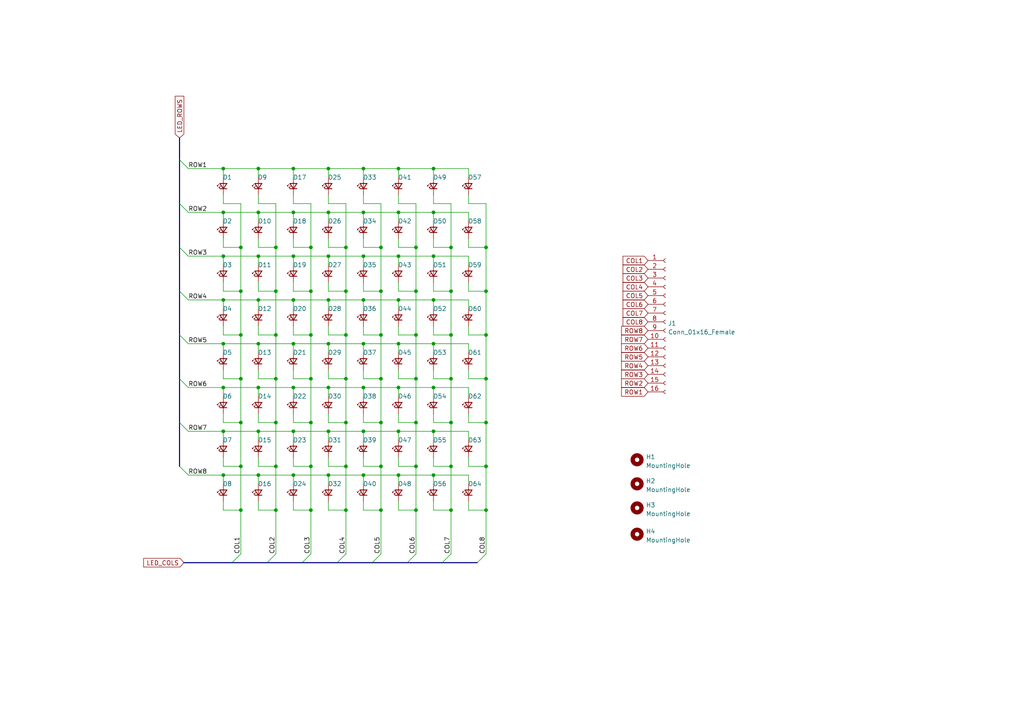
<source format=kicad_sch>
(kicad_sch (version 20211123) (generator eeschema)
  (paper "A4")
  (title_block (title "64 LED Matrix") (date "2022-12-30") (rev "1") (company "Jed Parsons"))
  (lib_symbols
    (symbol "Connector:Conn_01x16_Female" (pin_names (offset 1.016) hide)
      (property "Reference" "J" (at 0 20.32 0))
      (property "Value" "Conn_01x16_Female" (at 0 -22.86 0))
      (symbol "Conn_01x16_Female_1_1"
        (arc (start 0 -19.812) (mid -0.508 -20.32) (end 0 -20.828) (stroke (width 0.1524)))
        (arc (start 0 -17.272) (mid -0.508 -17.78) (end 0 -18.288) (stroke (width 0.1524)))
        (arc (start 0 -14.732) (mid -0.508 -15.24) (end 0 -15.748) (stroke (width 0.1524)))
        (arc (start 0 -12.192) (mid -0.508 -12.7) (end 0 -13.208) (stroke (width 0.1524)))
        (arc (start 0 -9.652) (mid -0.508 -10.16) (end 0 -10.668) (stroke (width 0.1524)))
        (arc (start 0 -7.112) (mid -0.508 -7.62) (end 0 -8.128) (stroke (width 0.1524)))
        (arc (start 0 -4.572) (mid -0.508 -5.08) (end 0 -5.588) (stroke (width 0.1524)))
        (arc (start 0 -2.032) (mid -0.508 -2.54) (end 0 -3.048) (stroke (width 0.1524)))
        (polyline (pts (xy -1.27 -20.32) (xy -0.508 -20.32)) (stroke (width 0.1524)))
        (polyline (pts (xy -1.27 -17.78) (xy -0.508 -17.78)) (stroke (width 0.1524)))
        (polyline (pts (xy -1.27 -15.24) (xy -0.508 -15.24)) (stroke (width 0.1524)))
        (polyline (pts (xy -1.27 -12.7) (xy -0.508 -12.7)) (stroke (width 0.1524)))
        (polyline (pts (xy -1.27 -10.16) (xy -0.508 -10.16)) (stroke (width 0.1524)))
        (polyline (pts (xy -1.27 -7.62) (xy -0.508 -7.62)) (stroke (width 0.1524)))
        (polyline (pts (xy -1.27 -5.08) (xy -0.508 -5.08)) (stroke (width 0.1524)))
        (polyline (pts (xy -1.27 -2.54) (xy -0.508 -2.54)) (stroke (width 0.1524)))
        (polyline (pts (xy -1.27 0) (xy -0.508 0)) (stroke (width 0.1524)))
        (polyline (pts (xy -1.27 2.54) (xy -0.508 2.54)) (stroke (width 0.1524)))
        (polyline (pts (xy -1.27 5.08) (xy -0.508 5.08)) (stroke (width 0.1524)))
        (polyline (pts (xy -1.27 7.62) (xy -0.508 7.62)) (stroke (width 0.1524)))
        (polyline (pts (xy -1.27 10.16) (xy -0.508 10.16)) (stroke (width 0.1524)))
        (polyline (pts (xy -1.27 12.7) (xy -0.508 12.7)) (stroke (width 0.1524)))
        (polyline (pts (xy -1.27 15.24) (xy -0.508 15.24)) (stroke (width 0.1524)))
        (polyline (pts (xy -1.27 17.78) (xy -0.508 17.78)) (stroke (width 0.1524)))
        (arc (start 0 0.508) (mid -0.508 0) (end 0 -0.508) (stroke (width 0.1524)))
        (arc (start 0 3.048) (mid -0.508 2.54) (end 0 2.032) (stroke (width 0.1524)))
        (arc (start 0 5.588) (mid -0.508 5.08) (end 0 4.572) (stroke (width 0.1524)))
        (arc (start 0 8.128) (mid -0.508 7.62) (end 0 7.112) (stroke (width 0.1524)))
        (arc (start 0 10.668) (mid -0.508 10.16) (end 0 9.652) (stroke (width 0.1524)))
        (arc (start 0 13.208) (mid -0.508 12.7) (end 0 12.192) (stroke (width 0.1524)))
        (arc (start 0 15.748) (mid -0.508 15.24) (end 0 14.732) (stroke (width 0.1524)))
        (arc (start 0 18.288) (mid -0.508 17.78) (end 0 17.272) (stroke (width 0.1524)))
        (pin passive line (at -5.08 17.78 0) (length 3.81) (name "Pin_1") (number "1"))
        (pin passive line (at -5.08 -5.08 0) (length 3.81) (name "Pin_10") (number "10"))
        (pin passive line (at -5.08 -7.62 0) (length 3.81) (name "Pin_11") (number "11"))
        (pin passive line (at -5.08 -10.16 0) (length 3.81) (name "Pin_12") (number "12"))
        (pin passive line (at -5.08 -12.7 0) (length 3.81) (name "Pin_13") (number "13"))
        (pin passive line (at -5.08 -15.24 0) (length 3.81) (name "Pin_14") (number "14"))
        (pin passive line (at -5.08 -17.78 0) (length 3.81) (name "Pin_15") (number "15"))
        (pin passive line (at -5.08 -20.32 0) (length 3.81) (name "Pin_16") (number "16"))
        (pin passive line (at -5.08 15.24 0) (length 3.81) (name "Pin_2") (number "2"))
        (pin passive line (at -5.08 12.7 0) (length 3.81) (name "Pin_3") (number "3"))
        (pin passive line (at -5.08 10.16 0) (length 3.81) (name "Pin_4") (number "4"))
        (pin passive line (at -5.08 7.62 0) (length 3.81) (name "Pin_5") (number "5"))
        (pin passive line (at -5.08 5.08 0) (length 3.81) (name "Pin_6") (number "6"))
        (pin passive line (at -5.08 2.54 0) (length 3.81) (name "Pin_7") (number "7"))
        (pin passive line (at -5.08 0 0) (length 3.81) (name "Pin_8") (number "8"))
        (pin passive line (at -5.08 -2.54 0) (length 3.81) (name "Pin_9") (number "9"))
      )
    )
    (symbol "Device:LED_Small" (pin_numbers hide) (pin_names (offset 0.254) hide)
      (property "Reference" "D" (at -1.27 3.175 0))
      (property "Value" "LED_Small" (at -4.445 -2.54 0))
      (symbol "LED_Small_0_1"
        (polyline (pts (xy -0.762 -1.016) (xy -0.762 1.016)) (stroke (width 0.254)))
        (polyline (pts (xy 1.016 0) (xy -0.762 0)))
        (polyline (pts (xy 0.762 -1.016) (xy -0.762 0) (xy 0.762 1.016) (xy 0.762 -1.016)) (stroke (width 0.254)))
        (polyline (pts (xy 0 0.762) (xy -0.508 1.27) (xy -0.254 1.27) (xy -0.508 1.27) (xy -0.508 1.016)))
        (polyline (pts (xy 0.508 1.27) (xy 0 1.778) (xy 0.254 1.778) (xy 0 1.778) (xy 0 1.524)))
      )
      (symbol "LED_Small_1_1"
        (pin passive line (at -2.54 0 0) (length 1.778) (name "K") (number "1"))
        (pin passive line (at 2.54 0 180) (length 1.778) (name "A") (number "2"))
      )
    )
    (symbol "Mechanical:MountingHole" (pin_names (offset 1.016))
      (property "Reference" "H" (at 0 5.08 0))
      (property "Value" "MountingHole" (at 0 3.175 0))
      (symbol "MountingHole_0_1"
        (circle (center 0 0) (radius 1.27) (stroke (width 1.27)))
      )
    )
  )
  (junction (at 115.57 99.695))
  (junction (at 105.41 137.795))
  (junction (at 105.41 74.295))
  (junction (at 69.85 147.955))
  (junction (at 100.33 147.955))
  (junction (at 74.93 48.895))
  (junction (at 74.93 99.695))
  (junction (at 85.09 137.795))
  (junction (at 80.01 71.755))
  (junction (at 125.73 86.995))
  (junction (at 64.77 112.395))
  (junction (at 110.49 122.555))
  (junction (at 80.01 84.455))
  (junction (at 85.09 74.295))
  (junction (at 140.97 122.555))
  (junction (at 80.01 97.155))
  (junction (at 105.41 61.595))
  (junction (at 115.57 137.795))
  (junction (at 125.73 125.095))
  (junction (at 110.49 147.955))
  (junction (at 95.25 86.995))
  (junction (at 125.73 137.795))
  (junction (at 85.09 86.995))
  (junction (at 120.65 122.555))
  (junction (at 100.33 71.755))
  (junction (at 69.85 71.755))
  (junction (at 80.01 109.855))
  (junction (at 80.01 122.555))
  (junction (at 125.73 112.395))
  (junction (at 140.97 109.855))
  (junction (at 69.85 97.155))
  (junction (at 105.41 86.995))
  (junction (at 110.49 84.455))
  (junction (at 130.81 147.955))
  (junction (at 85.09 48.895))
  (junction (at 95.25 99.695))
  (junction (at 120.65 84.455))
  (junction (at 115.57 86.995))
  (junction (at 85.09 99.695))
  (junction (at 115.57 48.895))
  (junction (at 110.49 71.755))
  (junction (at 74.93 125.095))
  (junction (at 100.33 84.455))
  (junction (at 110.49 109.855))
  (junction (at 95.25 74.295))
  (junction (at 120.65 109.855))
  (junction (at 115.57 61.595))
  (junction (at 140.97 71.755))
  (junction (at 69.85 84.455))
  (junction (at 95.25 112.395))
  (junction (at 140.97 84.455))
  (junction (at 120.65 135.255))
  (junction (at 80.01 135.255))
  (junction (at 90.17 109.855))
  (junction (at 85.09 61.595))
  (junction (at 69.85 122.555))
  (junction (at 105.41 125.095))
  (junction (at 74.93 74.295))
  (junction (at 110.49 97.155))
  (junction (at 130.81 135.255))
  (junction (at 130.81 71.755))
  (junction (at 74.93 137.795))
  (junction (at 100.33 135.255))
  (junction (at 120.65 97.155))
  (junction (at 90.17 122.555))
  (junction (at 90.17 135.255))
  (junction (at 100.33 97.155))
  (junction (at 85.09 112.395))
  (junction (at 130.81 122.555))
  (junction (at 105.41 112.395))
  (junction (at 125.73 61.595))
  (junction (at 100.33 109.855))
  (junction (at 100.33 122.555))
  (junction (at 130.81 84.455))
  (junction (at 125.73 48.895))
  (junction (at 130.81 97.155))
  (junction (at 120.65 71.755))
  (junction (at 95.25 61.595))
  (junction (at 90.17 97.155))
  (junction (at 90.17 84.455))
  (junction (at 64.77 125.095))
  (junction (at 125.73 74.295))
  (junction (at 105.41 48.895))
  (junction (at 64.77 74.295))
  (junction (at 90.17 71.755))
  (junction (at 95.25 125.095))
  (junction (at 95.25 137.795))
  (junction (at 95.25 48.895))
  (junction (at 115.57 74.295))
  (junction (at 64.77 99.695))
  (junction (at 130.81 109.855))
  (junction (at 90.17 147.955))
  (junction (at 115.57 112.395))
  (junction (at 120.65 147.955))
  (junction (at 85.09 125.095))
  (junction (at 69.85 135.255))
  (junction (at 64.77 137.795))
  (junction (at 64.77 48.895))
  (junction (at 140.97 147.955))
  (junction (at 64.77 86.995))
  (junction (at 74.93 112.395))
  (junction (at 115.57 125.095))
  (junction (at 140.97 135.255))
  (junction (at 105.41 99.695))
  (junction (at 110.49 135.255))
  (junction (at 64.77 61.595))
  (junction (at 125.73 99.695))
  (junction (at 74.93 61.595))
  (junction (at 80.01 147.955))
  (junction (at 74.93 86.995))
  (junction (at 140.97 97.155))
  (junction (at 69.85 109.855))
  (bus_entry (at 54.61 125.095) (size -2.54 -2.54))
  (bus_entry (at 77.47 163.195) (size 2.54 -2.54))
  (bus_entry (at 54.61 137.795) (size -2.54 -2.54))
  (bus_entry (at 97.79 163.195) (size 2.54 -2.54))
  (bus_entry (at 107.95 163.195) (size 2.54 -2.54))
  (bus_entry (at 54.61 48.895) (size -2.54 -2.54))
  (bus_entry (at 67.31 163.195) (size 2.54 -2.54))
  (bus_entry (at 54.61 86.995) (size -2.54 -2.54))
  (bus_entry (at 138.43 163.195) (size 2.54 -2.54))
  (bus_entry (at 87.63 163.195) (size 2.54 -2.54))
  (bus_entry (at 54.61 61.595) (size -2.54 -2.54))
  (bus_entry (at 54.61 99.695) (size -2.54 -2.54))
  (bus_entry (at 128.27 163.195) (size 2.54 -2.54))
  (bus_entry (at 54.61 112.395) (size -2.54 -2.54))
  (bus_entry (at 54.61 74.295) (size -2.54 -2.54))
  (bus_entry (at 118.11 163.195) (size 2.54 -2.54))
  (wire (pts (xy 130.81 97.155) (xy 130.81 109.855)))
  (wire (pts (xy 64.77 122.555) (xy 69.85 122.555)))
  (wire (pts (xy 85.09 102.235) (xy 85.09 99.695)))
  (wire (pts (xy 95.25 69.215) (xy 95.25 71.755)))
  (wire (pts (xy 80.01 84.455) (xy 80.01 97.155)))
  (wire (pts (xy 105.41 61.595) (xy 115.57 61.595)))
  (wire (pts (xy 90.17 84.455) (xy 90.17 97.155)))
  (wire (pts (xy 125.73 89.535) (xy 125.73 86.995)))
  (wire (pts (xy 74.93 140.335) (xy 74.93 137.795)))
  (wire (pts (xy 135.89 61.595) (xy 125.73 61.595)))
  (wire (pts (xy 135.89 127.635) (xy 135.89 125.095)))
  (wire (pts (xy 105.41 114.935) (xy 105.41 112.395)))
  (wire (pts (xy 64.77 51.435) (xy 64.77 48.895)))
  (wire (pts (xy 115.57 122.555) (xy 120.65 122.555)))
  (wire (pts (xy 64.77 102.235) (xy 64.77 99.695)))
  (wire (pts (xy 135.89 145.415) (xy 135.89 147.955)))
  (bus (pts (xy 52.07 46.355) (xy 52.07 59.055)))
  (wire (pts (xy 125.73 84.455) (xy 130.81 84.455)))
  (wire (pts (xy 105.41 109.855) (xy 110.49 109.855)))
  (wire (pts (xy 130.81 135.255) (xy 130.81 147.955)))
  (wire (pts (xy 125.73 64.135) (xy 125.73 61.595)))
  (wire (pts (xy 110.49 84.455) (xy 110.49 97.155)))
  (wire (pts (xy 135.89 107.315) (xy 135.89 109.855)))
  (bus (pts (xy 87.63 163.195) (xy 97.79 163.195)))
  (wire (pts (xy 115.57 114.935) (xy 115.57 112.395)))
  (wire (pts (xy 85.09 140.335) (xy 85.09 137.795)))
  (wire (pts (xy 95.25 147.955) (xy 100.33 147.955)))
  (wire (pts (xy 105.41 102.235) (xy 105.41 99.695)))
  (wire (pts (xy 135.89 97.155) (xy 140.97 97.155)))
  (wire (pts (xy 95.25 99.695) (xy 85.09 99.695)))
  (wire (pts (xy 74.93 112.395) (xy 64.77 112.395)))
  (wire (pts (xy 54.61 125.095) (xy 64.77 125.095)))
  (wire (pts (xy 85.09 127.635) (xy 85.09 125.095)))
  (wire (pts (xy 64.77 114.935) (xy 64.77 112.395)))
  (wire (pts (xy 74.93 69.215) (xy 74.93 71.755)))
  (wire (pts (xy 135.89 137.795) (xy 125.73 137.795)))
  (wire (pts (xy 125.73 71.755) (xy 130.81 71.755)))
  (wire (pts (xy 135.89 125.095) (xy 125.73 125.095)))
  (wire (pts (xy 105.41 71.755) (xy 110.49 71.755)))
  (wire (pts (xy 64.77 109.855) (xy 69.85 109.855)))
  (wire (pts (xy 69.85 122.555) (xy 69.85 135.255)))
  (wire (pts (xy 140.97 122.555) (xy 140.97 135.255)))
  (bus (pts (xy 118.11 163.195) (xy 128.27 163.195)))
  (wire (pts (xy 95.25 51.435) (xy 95.25 48.895)))
  (wire (pts (xy 74.93 59.055) (xy 80.01 59.055)))
  (wire (pts (xy 74.93 81.915) (xy 74.93 84.455)))
  (wire (pts (xy 115.57 56.515) (xy 115.57 59.055)))
  (wire (pts (xy 74.93 86.995) (xy 64.77 86.995)))
  (wire (pts (xy 74.93 61.595) (xy 64.77 61.595)))
  (wire (pts (xy 125.73 56.515) (xy 125.73 59.055)))
  (wire (pts (xy 100.33 147.955) (xy 100.33 160.655)))
  (wire (pts (xy 135.89 135.255) (xy 140.97 135.255)))
  (wire (pts (xy 74.93 109.855) (xy 80.01 109.855)))
  (wire (pts (xy 90.17 135.255) (xy 90.17 147.955)))
  (wire (pts (xy 74.93 120.015) (xy 74.93 122.555)))
  (wire (pts (xy 54.61 112.395) (xy 64.77 112.395)))
  (wire (pts (xy 105.41 48.895) (xy 95.25 48.895)))
  (wire (pts (xy 105.41 99.695) (xy 95.25 99.695)))
  (wire (pts (xy 90.17 147.955) (xy 90.17 160.655)))
  (wire (pts (xy 105.41 145.415) (xy 105.41 147.955)))
  (bus (pts (xy 77.47 163.195) (xy 87.63 163.195)))
  (wire (pts (xy 74.93 122.555) (xy 80.01 122.555)))
  (wire (pts (xy 110.49 147.955) (xy 110.49 160.655)))
  (wire (pts (xy 125.73 120.015) (xy 125.73 122.555)))
  (wire (pts (xy 115.57 97.155) (xy 120.65 97.155)))
  (wire (pts (xy 85.09 56.515) (xy 85.09 59.055)))
  (wire (pts (xy 125.73 48.895) (xy 115.57 48.895)))
  (wire (pts (xy 140.97 59.055) (xy 140.97 71.755)))
  (wire (pts (xy 105.41 61.595) (xy 95.25 61.595)))
  (wire (pts (xy 140.97 97.155) (xy 140.97 109.855)))
  (wire (pts (xy 64.77 69.215) (xy 64.77 71.755)))
  (wire (pts (xy 74.93 137.795) (xy 64.77 137.795)))
  (bus (pts (xy 53.34 163.195) (xy 67.31 163.195)))
  (wire (pts (xy 95.25 140.335) (xy 95.25 137.795)))
  (wire (pts (xy 80.01 122.555) (xy 80.01 135.255)))
  (wire (pts (xy 74.93 127.635) (xy 74.93 125.095)))
  (wire (pts (xy 135.89 122.555) (xy 140.97 122.555)))
  (wire (pts (xy 69.85 84.455) (xy 69.85 97.155)))
  (wire (pts (xy 64.77 135.255) (xy 69.85 135.255)))
  (wire (pts (xy 115.57 132.715) (xy 115.57 135.255)))
  (wire (pts (xy 105.41 132.715) (xy 105.41 135.255)))
  (wire (pts (xy 125.73 107.315) (xy 125.73 109.855)))
  (wire (pts (xy 125.73 135.255) (xy 130.81 135.255)))
  (wire (pts (xy 74.93 64.135) (xy 74.93 61.595)))
  (wire (pts (xy 80.01 59.055) (xy 80.01 71.755)))
  (wire (pts (xy 90.17 71.755) (xy 90.17 84.455)))
  (wire (pts (xy 74.93 135.255) (xy 80.01 135.255)))
  (wire (pts (xy 69.85 147.955) (xy 69.85 160.655)))
  (wire (pts (xy 125.73 81.915) (xy 125.73 84.455)))
  (wire (pts (xy 135.89 48.895) (xy 125.73 48.895)))
  (wire (pts (xy 95.25 135.255) (xy 100.33 135.255)))
  (wire (pts (xy 105.41 127.635) (xy 105.41 125.095)))
  (wire (pts (xy 125.73 145.415) (xy 125.73 147.955)))
  (wire (pts (xy 85.09 135.255) (xy 90.17 135.255)))
  (wire (pts (xy 120.65 109.855) (xy 120.65 122.555)))
  (wire (pts (xy 135.89 84.455) (xy 140.97 84.455)))
  (wire (pts (xy 90.17 109.855) (xy 90.17 122.555)))
  (wire (pts (xy 74.93 74.295) (xy 64.77 74.295)))
  (wire (pts (xy 85.09 107.315) (xy 85.09 109.855)))
  (wire (pts (xy 105.41 125.095) (xy 115.57 125.095)))
  (wire (pts (xy 110.49 122.555) (xy 110.49 135.255)))
  (bus (pts (xy 52.07 40.005) (xy 52.07 46.355)))
  (wire (pts (xy 90.17 122.555) (xy 90.17 135.255)))
  (wire (pts (xy 95.25 64.135) (xy 95.25 61.595)))
  (wire (pts (xy 85.09 59.055) (xy 90.17 59.055)))
  (wire (pts (xy 74.93 51.435) (xy 74.93 48.895)))
  (wire (pts (xy 95.25 120.015) (xy 95.25 122.555)))
  (wire (pts (xy 105.41 137.795) (xy 115.57 137.795)))
  (wire (pts (xy 105.41 76.835) (xy 105.41 74.295)))
  (wire (pts (xy 135.89 56.515) (xy 135.89 59.055)))
  (wire (pts (xy 110.49 71.755) (xy 110.49 84.455)))
  (wire (pts (xy 140.97 71.755) (xy 140.97 84.455)))
  (wire (pts (xy 125.73 132.715) (xy 125.73 135.255)))
  (wire (pts (xy 135.89 120.015) (xy 135.89 122.555)))
  (wire (pts (xy 105.41 120.015) (xy 105.41 122.555)))
  (wire (pts (xy 95.25 102.235) (xy 95.25 99.695)))
  (wire (pts (xy 105.41 137.795) (xy 95.25 137.795)))
  (wire (pts (xy 125.73 140.335) (xy 125.73 137.795)))
  (wire (pts (xy 125.73 125.095) (xy 115.57 125.095)))
  (wire (pts (xy 85.09 86.995) (xy 74.93 86.995)))
  (wire (pts (xy 85.09 89.535) (xy 85.09 86.995)))
  (wire (pts (xy 125.73 122.555) (xy 130.81 122.555)))
  (wire (pts (xy 130.81 147.955) (xy 130.81 160.655)))
  (wire (pts (xy 85.09 122.555) (xy 90.17 122.555)))
  (wire (pts (xy 135.89 64.135) (xy 135.89 61.595)))
  (wire (pts (xy 125.73 76.835) (xy 125.73 74.295)))
  (wire (pts (xy 85.09 112.395) (xy 74.93 112.395)))
  (wire (pts (xy 64.77 94.615) (xy 64.77 97.155)))
  (wire (pts (xy 105.41 84.455) (xy 110.49 84.455)))
  (wire (pts (xy 95.25 107.315) (xy 95.25 109.855)))
  (wire (pts (xy 105.41 64.135) (xy 105.41 61.595)))
  (wire (pts (xy 74.93 89.535) (xy 74.93 86.995)))
  (wire (pts (xy 69.85 97.155) (xy 69.85 109.855)))
  (wire (pts (xy 130.81 59.055) (xy 130.81 71.755)))
  (wire (pts (xy 105.41 94.615) (xy 105.41 97.155)))
  (wire (pts (xy 100.33 71.755) (xy 100.33 84.455)))
  (wire (pts (xy 95.25 56.515) (xy 95.25 59.055)))
  (wire (pts (xy 95.25 94.615) (xy 95.25 97.155)))
  (wire (pts (xy 100.33 135.255) (xy 100.33 147.955)))
  (wire (pts (xy 105.41 107.315) (xy 105.41 109.855)))
  (bus (pts (xy 52.07 122.555) (xy 52.07 135.255)))
  (wire (pts (xy 125.73 69.215) (xy 125.73 71.755)))
  (wire (pts (xy 120.65 147.955) (xy 120.65 160.655)))
  (wire (pts (xy 64.77 127.635) (xy 64.77 125.095)))
  (wire (pts (xy 64.77 64.135) (xy 64.77 61.595)))
  (wire (pts (xy 120.65 97.155) (xy 120.65 109.855)))
  (wire (pts (xy 115.57 64.135) (xy 115.57 61.595)))
  (wire (pts (xy 125.73 137.795) (xy 115.57 137.795)))
  (wire (pts (xy 95.25 81.915) (xy 95.25 84.455)))
  (wire (pts (xy 135.89 94.615) (xy 135.89 97.155)))
  (wire (pts (xy 125.73 147.955) (xy 130.81 147.955)))
  (wire (pts (xy 125.73 94.615) (xy 125.73 97.155)))
  (bus (pts (xy 128.27 163.195) (xy 138.43 163.195)))
  (wire (pts (xy 74.93 48.895) (xy 64.77 48.895)))
  (wire (pts (xy 115.57 51.435) (xy 115.57 48.895)))
  (wire (pts (xy 74.93 97.155) (xy 80.01 97.155)))
  (wire (pts (xy 140.97 109.855) (xy 140.97 122.555)))
  (wire (pts (xy 115.57 84.455) (xy 120.65 84.455)))
  (wire (pts (xy 95.25 109.855) (xy 100.33 109.855)))
  (wire (pts (xy 74.93 102.235) (xy 74.93 99.695)))
  (wire (pts (xy 125.73 97.155) (xy 130.81 97.155)))
  (wire (pts (xy 115.57 71.755) (xy 120.65 71.755)))
  (wire (pts (xy 64.77 84.455) (xy 69.85 84.455)))
  (wire (pts (xy 105.41 69.215) (xy 105.41 71.755)))
  (wire (pts (xy 85.09 94.615) (xy 85.09 97.155)))
  (wire (pts (xy 105.41 74.295) (xy 95.25 74.295)))
  (wire (pts (xy 125.73 74.295) (xy 115.57 74.295)))
  (wire (pts (xy 64.77 71.755) (xy 69.85 71.755)))
  (wire (pts (xy 105.41 86.995) (xy 95.25 86.995)))
  (wire (pts (xy 110.49 59.055) (xy 110.49 71.755)))
  (wire (pts (xy 115.57 76.835) (xy 115.57 74.295)))
  (wire (pts (xy 110.49 109.855) (xy 110.49 122.555)))
  (wire (pts (xy 85.09 48.895) (xy 74.93 48.895)))
  (wire (pts (xy 105.41 59.055) (xy 110.49 59.055)))
  (bus (pts (xy 52.07 71.755) (xy 52.07 84.455)))
  (bus (pts (xy 52.07 109.855) (xy 52.07 122.555)))
  (wire (pts (xy 64.77 145.415) (xy 64.77 147.955)))
  (wire (pts (xy 105.41 86.995) (xy 115.57 86.995)))
  (wire (pts (xy 100.33 122.555) (xy 100.33 135.255)))
  (wire (pts (xy 135.89 76.835) (xy 135.89 74.295)))
  (wire (pts (xy 125.73 99.695) (xy 115.57 99.695)))
  (wire (pts (xy 74.93 125.095) (xy 64.77 125.095)))
  (wire (pts (xy 85.09 132.715) (xy 85.09 135.255)))
  (wire (pts (xy 120.65 71.755) (xy 120.65 84.455)))
  (wire (pts (xy 54.61 61.595) (xy 64.77 61.595)))
  (wire (pts (xy 105.41 112.395) (xy 115.57 112.395)))
  (wire (pts (xy 54.61 74.295) (xy 64.77 74.295)))
  (wire (pts (xy 85.09 125.095) (xy 74.93 125.095)))
  (wire (pts (xy 95.25 132.715) (xy 95.25 135.255)))
  (wire (pts (xy 115.57 107.315) (xy 115.57 109.855)))
  (wire (pts (xy 95.25 122.555) (xy 100.33 122.555)))
  (wire (pts (xy 135.89 71.755) (xy 140.97 71.755)))
  (wire (pts (xy 125.73 127.635) (xy 125.73 125.095)))
  (wire (pts (xy 95.25 112.395) (xy 85.09 112.395)))
  (wire (pts (xy 100.33 97.155) (xy 100.33 109.855)))
  (wire (pts (xy 85.09 74.295) (xy 95.25 74.295)))
  (wire (pts (xy 64.77 140.335) (xy 64.77 137.795)))
  (wire (pts (xy 135.89 86.995) (xy 125.73 86.995)))
  (wire (pts (xy 95.25 145.415) (xy 95.25 147.955)))
  (wire (pts (xy 120.65 84.455) (xy 120.65 97.155)))
  (wire (pts (xy 105.41 140.335) (xy 105.41 137.795)))
  (wire (pts (xy 64.77 56.515) (xy 64.77 59.055)))
  (wire (pts (xy 90.17 59.055) (xy 90.17 71.755)))
  (wire (pts (xy 135.89 147.955) (xy 140.97 147.955)))
  (wire (pts (xy 80.01 71.755) (xy 80.01 84.455)))
  (wire (pts (xy 85.09 99.695) (xy 74.93 99.695)))
  (wire (pts (xy 135.89 102.235) (xy 135.89 99.695)))
  (wire (pts (xy 69.85 71.755) (xy 69.85 84.455)))
  (wire (pts (xy 105.41 89.535) (xy 105.41 86.995)))
  (wire (pts (xy 85.09 145.415) (xy 85.09 147.955)))
  (wire (pts (xy 54.61 137.795) (xy 64.77 137.795)))
  (wire (pts (xy 95.25 86.995) (xy 85.09 86.995)))
  (wire (pts (xy 85.09 71.755) (xy 90.17 71.755)))
  (wire (pts (xy 74.93 74.295) (xy 85.09 74.295)))
  (wire (pts (xy 130.81 84.455) (xy 130.81 97.155)))
  (wire (pts (xy 135.89 140.335) (xy 135.89 137.795)))
  (wire (pts (xy 115.57 81.915) (xy 115.57 84.455)))
  (wire (pts (xy 69.85 59.055) (xy 69.85 71.755)))
  (wire (pts (xy 74.93 94.615) (xy 74.93 97.155)))
  (wire (pts (xy 120.65 135.255) (xy 120.65 147.955)))
  (wire (pts (xy 105.41 122.555) (xy 110.49 122.555)))
  (wire (pts (xy 115.57 59.055) (xy 120.65 59.055)))
  (wire (pts (xy 100.33 59.055) (xy 100.33 71.755)))
  (wire (pts (xy 74.93 147.955) (xy 80.01 147.955)))
  (wire (pts (xy 140.97 147.955) (xy 140.97 160.655)))
  (wire (pts (xy 125.73 112.395) (xy 115.57 112.395)))
  (wire (pts (xy 105.41 99.695) (xy 115.57 99.695)))
  (wire (pts (xy 80.01 109.855) (xy 80.01 122.555)))
  (wire (pts (xy 115.57 135.255) (xy 120.65 135.255)))
  (wire (pts (xy 95.25 59.055) (xy 100.33 59.055)))
  (wire (pts (xy 95.25 137.795) (xy 85.09 137.795)))
  (wire (pts (xy 105.41 51.435) (xy 105.41 48.895)))
  (wire (pts (xy 125.73 59.055) (xy 130.81 59.055)))
  (wire (pts (xy 80.01 135.255) (xy 80.01 147.955)))
  (wire (pts (xy 95.25 76.835) (xy 95.25 74.295)))
  (wire (pts (xy 125.73 61.595) (xy 115.57 61.595)))
  (wire (pts (xy 135.89 59.055) (xy 140.97 59.055)))
  (wire (pts (xy 85.09 51.435) (xy 85.09 48.895)))
  (wire (pts (xy 115.57 69.215) (xy 115.57 71.755)))
  (wire (pts (xy 135.89 51.435) (xy 135.89 48.895)))
  (wire (pts (xy 140.97 135.255) (xy 140.97 147.955)))
  (wire (pts (xy 125.73 114.935) (xy 125.73 112.395)))
  (wire (pts (xy 85.09 64.135) (xy 85.09 61.595)))
  (bus (pts (xy 97.79 163.195) (xy 107.95 163.195)))
  (wire (pts (xy 80.01 97.155) (xy 80.01 109.855)))
  (wire (pts (xy 135.89 112.395) (xy 125.73 112.395)))
  (wire (pts (xy 69.85 135.255) (xy 69.85 147.955)))
  (wire (pts (xy 115.57 89.535) (xy 115.57 86.995)))
  (wire (pts (xy 64.77 59.055) (xy 69.85 59.055)))
  (wire (pts (xy 74.93 71.755) (xy 80.01 71.755)))
  (wire (pts (xy 85.09 61.595) (xy 74.93 61.595)))
  (wire (pts (xy 125.73 109.855) (xy 130.81 109.855)))
  (wire (pts (xy 130.81 122.555) (xy 130.81 135.255)))
  (wire (pts (xy 85.09 147.955) (xy 90.17 147.955)))
  (wire (pts (xy 105.41 97.155) (xy 110.49 97.155)))
  (wire (pts (xy 115.57 140.335) (xy 115.57 137.795)))
  (wire (pts (xy 105.41 125.095) (xy 95.25 125.095)))
  (wire (pts (xy 135.89 69.215) (xy 135.89 71.755)))
  (wire (pts (xy 64.77 81.915) (xy 64.77 84.455)))
  (wire (pts (xy 74.93 84.455) (xy 80.01 84.455)))
  (wire (pts (xy 95.25 114.935) (xy 95.25 112.395)))
  (wire (pts (xy 125.73 51.435) (xy 125.73 48.895)))
  (wire (pts (xy 95.25 125.095) (xy 85.09 125.095)))
  (wire (pts (xy 135.89 99.695) (xy 125.73 99.695)))
  (wire (pts (xy 100.33 109.855) (xy 100.33 122.555)))
  (wire (pts (xy 74.93 107.315) (xy 74.93 109.855)))
  (bus (pts (xy 67.31 163.195) (xy 77.47 163.195)))
  (wire (pts (xy 85.09 114.935) (xy 85.09 112.395)))
  (wire (pts (xy 85.09 69.215) (xy 85.09 71.755)))
  (wire (pts (xy 135.89 81.915) (xy 135.89 84.455)))
  (wire (pts (xy 74.93 114.935) (xy 74.93 112.395)))
  (wire (pts (xy 125.73 102.235) (xy 125.73 99.695)))
  (wire (pts (xy 115.57 94.615) (xy 115.57 97.155)))
  (wire (pts (xy 74.93 145.415) (xy 74.93 147.955)))
  (wire (pts (xy 140.97 84.455) (xy 140.97 97.155)))
  (wire (pts (xy 85.09 84.455) (xy 90.17 84.455)))
  (wire (pts (xy 110.49 97.155) (xy 110.49 109.855)))
  (wire (pts (xy 115.57 120.015) (xy 115.57 122.555)))
  (wire (pts (xy 74.93 76.835) (xy 74.93 74.295)))
  (wire (pts (xy 110.49 135.255) (xy 110.49 147.955)))
  (wire (pts (xy 95.25 48.895) (xy 85.09 48.895)))
  (wire (pts (xy 74.93 56.515) (xy 74.93 59.055)))
  (wire (pts (xy 64.77 147.955) (xy 69.85 147.955)))
  (wire (pts (xy 64.77 120.015) (xy 64.77 122.555)))
  (bus (pts (xy 107.95 163.195) (xy 118.11 163.195)))
  (wire (pts (xy 54.61 86.995) (xy 64.77 86.995)))
  (wire (pts (xy 105.41 112.395) (xy 95.25 112.395)))
  (wire (pts (xy 85.09 97.155) (xy 90.17 97.155)))
  (wire (pts (xy 64.77 89.535) (xy 64.77 86.995)))
  (bus (pts (xy 52.07 59.055) (xy 52.07 71.755)))
  (wire (pts (xy 95.25 61.595) (xy 85.09 61.595)))
  (wire (pts (xy 95.25 71.755) (xy 100.33 71.755)))
  (bus (pts (xy 52.07 84.455) (xy 52.07 97.155)))
  (wire (pts (xy 64.77 107.315) (xy 64.77 109.855)))
  (wire (pts (xy 85.09 76.835) (xy 85.09 74.295)))
  (wire (pts (xy 105.41 48.895) (xy 115.57 48.895)))
  (wire (pts (xy 80.01 147.955) (xy 80.01 160.655)))
  (wire (pts (xy 105.41 147.955) (xy 110.49 147.955)))
  (wire (pts (xy 64.77 97.155) (xy 69.85 97.155)))
  (wire (pts (xy 105.41 81.915) (xy 105.41 84.455)))
  (wire (pts (xy 120.65 122.555) (xy 120.65 135.255)))
  (wire (pts (xy 105.41 74.295) (xy 115.57 74.295)))
  (wire (pts (xy 105.41 56.515) (xy 105.41 59.055)))
  (wire (pts (xy 64.77 76.835) (xy 64.77 74.295)))
  (wire (pts (xy 69.85 109.855) (xy 69.85 122.555)))
  (wire (pts (xy 130.81 71.755) (xy 130.81 84.455)))
  (wire (pts (xy 105.41 135.255) (xy 110.49 135.255)))
  (wire (pts (xy 85.09 120.015) (xy 85.09 122.555)))
  (wire (pts (xy 74.93 132.715) (xy 74.93 135.255)))
  (wire (pts (xy 85.09 137.795) (xy 74.93 137.795)))
  (wire (pts (xy 95.25 97.155) (xy 100.33 97.155)))
  (wire (pts (xy 64.77 132.715) (xy 64.77 135.255)))
  (wire (pts (xy 115.57 147.955) (xy 120.65 147.955)))
  (wire (pts (xy 85.09 109.855) (xy 90.17 109.855)))
  (wire (pts (xy 135.89 74.295) (xy 125.73 74.295)))
  (wire (pts (xy 125.73 86.995) (xy 115.57 86.995)))
  (wire (pts (xy 54.61 99.695) (xy 64.77 99.695)))
  (wire (pts (xy 135.89 109.855) (xy 140.97 109.855)))
  (wire (pts (xy 95.25 84.455) (xy 100.33 84.455)))
  (bus (pts (xy 52.07 97.155) (xy 52.07 109.855)))
  (wire (pts (xy 115.57 102.235) (xy 115.57 99.695)))
  (wire (pts (xy 95.25 89.535) (xy 95.25 86.995)))
  (wire (pts (xy 85.09 81.915) (xy 85.09 84.455)))
  (wire (pts (xy 115.57 145.415) (xy 115.57 147.955)))
  (wire (pts (xy 135.89 114.935) (xy 135.89 112.395)))
  (wire (pts (xy 115.57 109.855) (xy 120.65 109.855)))
  (wire (pts (xy 90.17 97.155) (xy 90.17 109.855)))
  (wire (pts (xy 74.93 99.695) (xy 64.77 99.695)))
  (wire (pts (xy 130.81 109.855) (xy 130.81 122.555)))
  (wire (pts (xy 135.89 132.715) (xy 135.89 135.255)))
  (wire (pts (xy 115.57 127.635) (xy 115.57 125.095)))
  (wire (pts (xy 120.65 59.055) (xy 120.65 71.755)))
  (wire (pts (xy 100.33 84.455) (xy 100.33 97.155)))
  (wire (pts (xy 54.61 48.895) (xy 64.77 48.895)))
  (wire (pts (xy 135.89 89.535) (xy 135.89 86.995)))
  (wire (pts (xy 95.25 127.635) (xy 95.25 125.095)))
  (label "ROW7" (at 54.61 125.095 0))
  (label "ROW6" (at 54.61 112.395 0))
  (label "COL2" (at 80.01 160.655 90))
  (label "COL1" (at 69.85 160.655 90))
  (label "COL8" (at 140.97 160.655 90))
  (label "COL7" (at 130.81 160.655 90))
  (label "COL6" (at 120.65 160.655 90))
  (label "ROW3" (at 54.61 74.295 0))
  (label "ROW4" (at 54.61 86.995 0))
  (label "ROW2" (at 54.61 61.595 0))
  (label "COL3" (at 90.17 160.655 90))
  (label "ROW1" (at 54.61 48.895 0))
  (label "COL5" (at 110.49 160.655 90))
  (label "COL4" (at 100.33 160.655 90))
  (label "ROW5" (at 54.61 99.695 0))
  (label "ROW8" (at 54.61 137.795 0))
  (global_label "COL6" (shape input) (at 187.96 88.265 180) (property "Intersheet References" "${INTERSHEET_REFS}" (effects hide)))
  (global_label "ROW5" (shape input) (at 187.96 103.505 180) (property "Intersheet References" "${INTERSHEET_REFS}" (effects hide)))
  (global_label "ROW1" (shape input) (at 187.96 113.665 180) (property "Intersheet References" "${INTERSHEET_REFS}" (effects hide)))
  (global_label "ROW3" (shape input) (at 187.96 108.585 180) (property "Intersheet References" "${INTERSHEET_REFS}" (effects hide)))
  (global_label "ROW6" (shape input) (at 187.96 100.965 180) (property "Intersheet References" "${INTERSHEET_REFS}" (effects hide)))
  (global_label "LED_COLS" (shape input) (at 53.34 163.195 180) (property "Intersheet References" "${INTERSHEET_REFS}" (effects hide)))
  (global_label "ROW8" (shape input) (at 187.96 95.885 180) (property "Intersheet References" "${INTERSHEET_REFS}" (effects hide)))
  (global_label "ROW4" (shape input) (at 187.96 106.045 180) (property "Intersheet References" "${INTERSHEET_REFS}" (effects hide)))
  (global_label "LED_ROWS" (shape input) (at 52.07 40.005 90) (property "Intersheet References" "${INTERSHEET_REFS}" (effects hide)))
  (global_label "ROW7" (shape input) (at 187.96 98.425 180) (property "Intersheet References" "${INTERSHEET_REFS}" (effects hide)))
  (global_label "COL1" (shape input) (at 187.96 75.565 180) (property "Intersheet References" "${INTERSHEET_REFS}" (effects hide)))
  (global_label "COL2" (shape input) (at 187.96 78.105 180) (property "Intersheet References" "${INTERSHEET_REFS}" (effects hide)))
  (global_label "COL8" (shape input) (at 187.96 93.345 180) (property "Intersheet References" "${INTERSHEET_REFS}" (effects hide)))
  (global_label "COL3" (shape input) (at 187.96 80.645 180) (property "Intersheet References" "${INTERSHEET_REFS}" (effects hide)))
  (global_label "COL4" (shape input) (at 187.96 83.185 180) (property "Intersheet References" "${INTERSHEET_REFS}" (effects hide)))
  (global_label "COL7" (shape input) (at 187.96 90.805 180) (property "Intersheet References" "${INTERSHEET_REFS}" (effects hide)))
  (global_label "ROW2" (shape input) (at 187.96 111.125 180) (property "Intersheet References" "${INTERSHEET_REFS}" (effects hide)))
  (global_label "COL5" (shape input) (at 187.96 85.725 180) (property "Intersheet References" "${INTERSHEET_REFS}" (effects hide)))
  (symbol (lib_id "Device:LED_Small") (at 105.41 104.775 90) (unit 1)
    (property "Reference" "D37" (at 109.22 102.235 90) (effects (justify left)))
    (property "Value" "LED_Small" (effects hide))
    (property "Footprint" "LED_SMD:LED_0603_1608Metric" (effects hide))
  )
  (symbol (lib_id "Device:LED_Small") (at 135.89 79.375 90) (unit 1)
    (property "Reference" "D59" (at 139.7 76.835 90) (effects (justify left)))
    (property "Value" "LED_Small" (effects hide))
    (property "Footprint" "LED_SMD:LED_0603_1608Metric" (effects hide))
  )
  (symbol (lib_id "Device:LED_Small") (at 64.77 142.875 90) (unit 1)
    (property "Reference" "D8" (at 67.31 140.335 90) (effects (justify left)))
    (property "Value" "LED_Small" (effects hide))
    (property "Footprint" "LED_SMD:LED_0603_1608Metric" (effects hide))
  )
  (symbol (lib_id "Device:LED_Small") (at 85.09 92.075 90) (unit 1)
    (property "Reference" "D20" (at 88.9 89.535 90) (effects (justify left)))
    (property "Value" "LED_Small" (effects hide))
    (property "Footprint" "LED_SMD:LED_0603_1608Metric" (effects hide))
  )
  (symbol (lib_id "Device:LED_Small") (at 105.41 53.975 90) (unit 1)
    (property "Reference" "D33" (at 109.22 51.435 90) (effects (justify left)))
    (property "Value" "LED_Small" (effects hide))
    (property "Footprint" "LED_SMD:LED_0603_1608Metric" (effects hide))
  )
  (symbol (lib_id "Device:LED_Small") (at 115.57 66.675 90) (unit 1)
    (property "Reference" "D42" (at 119.38 64.135 90) (effects (justify left)))
    (property "Value" "LED_Small" (effects hide))
    (property "Footprint" "LED_SMD:LED_0603_1608Metric" (effects hide))
  )
  (symbol (lib_id "Device:LED_Small") (at 115.57 79.375 90) (unit 1)
    (property "Reference" "D43" (at 119.38 76.835 90) (effects (justify left)))
    (property "Value" "LED_Small" (effects hide))
    (property "Footprint" "LED_SMD:LED_0603_1608Metric" (effects hide))
  )
  (symbol (lib_id "Device:LED_Small") (at 95.25 130.175 90) (unit 1)
    (property "Reference" "D31" (at 99.06 127.635 90) (effects (justify left)))
    (property "Value" "LED_Small" (effects hide))
    (property "Footprint" "LED_SMD:LED_0603_1608Metric" (effects hide))
  )
  (symbol (lib_id "Device:LED_Small") (at 135.89 104.775 90) (unit 1)
    (property "Reference" "D61" (at 139.7 102.235 90) (effects (justify left)))
    (property "Value" "LED_Small" (effects hide))
    (property "Footprint" "LED_SMD:LED_0603_1608Metric" (effects hide))
  )
  (symbol (lib_id "Device:LED_Small") (at 64.77 92.075 90) (unit 1)
    (property "Reference" "D4" (at 67.31 89.535 90) (effects (justify left)))
    (property "Value" "LED_Small" (effects hide))
    (property "Footprint" "LED_SMD:LED_0603_1608Metric" (effects hide))
  )
  (symbol (lib_id "Device:LED_Small") (at 135.89 142.875 90) (unit 1)
    (property "Reference" "D64" (at 139.7 140.335 90) (effects (justify left)))
    (property "Value" "LED_Small" (effects hide))
    (property "Footprint" "LED_SMD:LED_0603_1608Metric" (effects hide))
  )
  (symbol (lib_id "Device:LED_Small") (at 64.77 130.175 90) (unit 1)
    (property "Reference" "D7" (at 67.31 127.635 90) (effects (justify left)))
    (property "Value" "LED_Small" (effects hide))
    (property "Footprint" "LED_SMD:LED_0603_1608Metric" (effects hide))
  )
  (symbol (lib_id "Device:LED_Small") (at 74.93 66.675 90) (unit 1)
    (property "Reference" "D10" (at 78.74 64.135 90) (effects (justify left)))
    (property "Value" "LED_Small" (effects hide))
    (property "Footprint" "LED_SMD:LED_0603_1608Metric" (effects hide))
  )
  (symbol (lib_id "Device:LED_Small") (at 85.09 53.975 90) (unit 1)
    (property "Reference" "D17" (at 88.9 51.435 90) (effects (justify left)))
    (property "Value" "LED_Small" (effects hide))
    (property "Footprint" "LED_SMD:LED_0603_1608Metric" (effects hide))
  )
  (symbol (lib_id "Device:LED_Small") (at 125.73 79.375 90) (unit 1)
    (property "Reference" "D51" (at 129.54 76.835 90) (effects (justify left)))
    (property "Value" "LED_Small" (effects hide))
    (property "Footprint" "LED_SMD:LED_0603_1608Metric" (effects hide))
  )
  (symbol (lib_id "Device:LED_Small") (at 85.09 104.775 90) (unit 1)
    (property "Reference" "D21" (at 88.9 102.235 90) (effects (justify left)))
    (property "Value" "LED_Small" (effects hide))
    (property "Footprint" "LED_SMD:LED_0603_1608Metric" (effects hide))
  )
  (symbol (lib_id "Device:LED_Small") (at 74.93 53.975 90) (unit 1)
    (property "Reference" "D9" (at 77.47 51.435 90) (effects (justify left)))
    (property "Value" "LED_Small" (effects hide))
    (property "Footprint" "LED_SMD:LED_0603_1608Metric" (effects hide))
  )
  (symbol (lib_id "Device:LED_Small") (at 125.73 142.875 90) (unit 1)
    (property "Reference" "D56" (at 129.54 140.335 90) (effects (justify left)))
    (property "Value" "LED_Small" (effects hide))
    (property "Footprint" "LED_SMD:LED_0603_1608Metric" (effects hide))
  )
  (symbol (lib_id "Device:LED_Small") (at 85.09 66.675 90) (unit 1)
    (property "Reference" "D18" (at 88.9 64.135 90) (effects (justify left)))
    (property "Value" "LED_Small" (effects hide))
    (property "Footprint" "LED_SMD:LED_0603_1608Metric" (effects hide))
  )
  (symbol (lib_id "Device:LED_Small") (at 74.93 104.775 90) (unit 1)
    (property "Reference" "D13" (at 78.74 102.235 90) (effects (justify left)))
    (property "Value" "LED_Small" (effects hide))
    (property "Footprint" "LED_SMD:LED_0603_1608Metric" (effects hide))
  )
  (symbol (lib_id "Device:LED_Small") (at 64.77 104.775 90) (unit 1)
    (property "Reference" "D5" (at 67.31 102.235 90) (effects (justify left)))
    (property "Value" "LED_Small" (effects hide))
    (property "Footprint" "LED_SMD:LED_0603_1608Metric" (effects hide))
  )
  (symbol (lib_id "Device:LED_Small") (at 95.25 92.075 90) (unit 1)
    (property "Reference" "D28" (at 99.06 89.535 90) (effects (justify left)))
    (property "Value" "LED_Small" (effects hide))
    (property "Footprint" "LED_SMD:LED_0603_1608Metric" (effects hide))
  )
  (symbol (lib_id "Device:LED_Small") (at 125.73 53.975 90) (unit 1)
    (property "Reference" "D49" (at 129.54 51.435 90) (effects (justify left)))
    (property "Value" "LED_Small" (effects hide))
    (property "Footprint" "LED_SMD:LED_0603_1608Metric" (effects hide))
  )
  (symbol (lib_id "Device:LED_Small") (at 95.25 117.475 90) (unit 1)
    (property "Reference" "D30" (at 99.06 114.935 90) (effects (justify left)))
    (property "Value" "LED_Small" (effects hide))
    (property "Footprint" "LED_SMD:LED_0603_1608Metric" (effects hide))
  )
  (symbol (lib_id "Mechanical:MountingHole") (at 184.785 147.32 0) (unit 1)
    (property "Reference" "H3" (at 187.325 146.4853 0) (effects (justify left)))
    (property "Value" "MountingHole" (at 187.325 149.0222 0) (effects (justify left)))
    (property "Footprint" "MountingHole:MountingHole_3.2mm_M3" (effects hide))
  )
  (symbol (lib_id "Device:LED_Small") (at 105.41 130.175 90) (unit 1)
    (property "Reference" "D39" (at 109.22 127.635 90) (effects (justify left)))
    (property "Value" "LED_Small" (effects hide))
    (property "Footprint" "LED_SMD:LED_0603_1608Metric" (effects hide))
  )
  (symbol (lib_id "Device:LED_Small") (at 125.73 130.175 90) (unit 1)
    (property "Reference" "D55" (at 129.54 127.635 90) (effects (justify left)))
    (property "Value" "LED_Small" (effects hide))
    (property "Footprint" "LED_SMD:LED_0603_1608Metric" (effects hide))
  )
  (symbol (lib_id "Device:LED_Small") (at 74.93 130.175 90) (unit 1)
    (property "Reference" "D15" (at 78.74 127.635 90) (effects (justify left)))
    (property "Value" "LED_Small" (effects hide))
    (property "Footprint" "LED_SMD:LED_0603_1608Metric" (effects hide))
  )
  (symbol (lib_id "Device:LED_Small") (at 64.77 117.475 90) (unit 1)
    (property "Reference" "D6" (at 67.31 114.935 90) (effects (justify left)))
    (property "Value" "LED_Small" (effects hide))
    (property "Footprint" "LED_SMD:LED_0603_1608Metric" (effects hide))
  )
  (symbol (lib_id "Device:LED_Small") (at 135.89 117.475 90) (unit 1)
    (property "Reference" "D62" (at 139.7 114.935 90) (effects (justify left)))
    (property "Value" "LED_Small" (effects hide))
    (property "Footprint" "LED_SMD:LED_0603_1608Metric" (effects hide))
  )
  (symbol (lib_id "Mechanical:MountingHole") (at 184.785 133.35 0) (unit 1)
    (property "Reference" "H1" (at 187.325 132.5153 0) (effects (justify left)))
    (property "Value" "MountingHole" (at 187.325 135.0522 0) (effects (justify left)))
    (property "Footprint" "MountingHole:MountingHole_3.2mm_M3" (effects hide))
  )
  (symbol (lib_id "Device:LED_Small") (at 95.25 104.775 90) (unit 1)
    (property "Reference" "D29" (at 99.06 102.235 90) (effects (justify left)))
    (property "Value" "LED_Small" (effects hide))
    (property "Footprint" "LED_SMD:LED_0603_1608Metric" (effects hide))
  )
  (symbol (lib_id "Device:LED_Small") (at 125.73 117.475 90) (unit 1)
    (property "Reference" "D54" (at 129.54 114.935 90) (effects (justify left)))
    (property "Value" "LED_Small" (effects hide))
    (property "Footprint" "LED_SMD:LED_0603_1608Metric" (effects hide))
  )
  (symbol (lib_id "Connector:Conn_01x16_Female") (at 193.04 93.345 0) (unit 1)
    (property "Reference" "J1" (at 193.7512 93.7803 0) (effects (justify left)))
    (property "Value" "Conn_01x16_Female" (at 193.7512 96.3172 0) (effects (justify left)))
    (property "Footprint" "Connector_PinHeader_2.54mm:PinHeader_1x16_P2.54mm_Vertical" (effects hide))
  )
  (symbol (lib_id "Device:LED_Small") (at 74.93 117.475 90) (unit 1)
    (property "Reference" "D14" (at 78.74 114.935 90) (effects (justify left)))
    (property "Value" "LED_Small" (effects hide))
    (property "Footprint" "LED_SMD:LED_0603_1608Metric" (effects hide))
  )
  (symbol (lib_id "Device:LED_Small") (at 105.41 142.875 90) (unit 1)
    (property "Reference" "D40" (at 109.22 140.335 90) (effects (justify left)))
    (property "Value" "LED_Small" (effects hide))
    (property "Footprint" "LED_SMD:LED_0603_1608Metric" (effects hide))
  )
  (symbol (lib_id "Device:LED_Small") (at 105.41 117.475 90) (unit 1)
    (property "Reference" "D38" (at 109.22 114.935 90) (effects (justify left)))
    (property "Value" "LED_Small" (effects hide))
    (property "Footprint" "LED_SMD:LED_0603_1608Metric" (effects hide))
  )
  (symbol (lib_id "Device:LED_Small") (at 64.77 53.975 90) (unit 1)
    (property "Reference" "D1" (at 67.31 51.435 90) (effects (justify left)))
    (property "Value" "LED_Small" (effects hide))
    (property "Footprint" "LED_SMD:LED_0603_1608Metric" (effects hide))
  )
  (symbol (lib_id "Device:LED_Small") (at 74.93 79.375 90) (unit 1)
    (property "Reference" "D11" (at 78.74 76.835 90) (effects (justify left)))
    (property "Value" "LED_Small" (effects hide))
    (property "Footprint" "LED_SMD:LED_0603_1608Metric" (effects hide))
  )
  (symbol (lib_id "Device:LED_Small") (at 85.09 142.875 90) (unit 1)
    (property "Reference" "D24" (at 88.9 140.335 90) (effects (justify left)))
    (property "Value" "LED_Small" (effects hide))
    (property "Footprint" "LED_SMD:LED_0603_1608Metric" (effects hide))
  )
  (symbol (lib_id "Device:LED_Small") (at 115.57 117.475 90) (unit 1)
    (property "Reference" "D46" (at 119.38 114.935 90) (effects (justify left)))
    (property "Value" "LED_Small" (effects hide))
    (property "Footprint" "LED_SMD:LED_0603_1608Metric" (effects hide))
  )
  (symbol (lib_id "Device:LED_Small") (at 95.25 79.375 90) (unit 1)
    (property "Reference" "D27" (at 99.06 76.835 90) (effects (justify left)))
    (property "Value" "LED_Small" (effects hide))
    (property "Footprint" "LED_SMD:LED_0603_1608Metric" (effects hide))
  )
  (symbol (lib_id "Device:LED_Small") (at 95.25 142.875 90) (unit 1)
    (property "Reference" "D32" (at 99.06 140.335 90) (effects (justify left)))
    (property "Value" "LED_Small" (effects hide))
    (property "Footprint" "LED_SMD:LED_0603_1608Metric" (effects hide))
  )
  (symbol (lib_id "Device:LED_Small") (at 135.89 53.975 90) (unit 1)
    (property "Reference" "D57" (at 139.7 51.435 90) (effects (justify left)))
    (property "Value" "LED_Small" (effects hide))
    (property "Footprint" "LED_SMD:LED_0603_1608Metric" (effects hide))
  )
  (symbol (lib_id "Device:LED_Small") (at 95.25 53.975 90) (unit 1)
    (property "Reference" "D25" (at 99.06 51.435 90) (effects (justify left)))
    (property "Value" "LED_Small" (effects hide))
    (property "Footprint" "LED_SMD:LED_0603_1608Metric" (effects hide))
  )
  (symbol (lib_id "Device:LED_Small") (at 85.09 117.475 90) (unit 1)
    (property "Reference" "D22" (at 88.9 114.935 90) (effects (justify left)))
    (property "Value" "LED_Small" (effects hide))
    (property "Footprint" "LED_SMD:LED_0603_1608Metric" (effects hide))
  )
  (symbol (lib_id "Device:LED_Small") (at 85.09 130.175 90) (unit 1)
    (property "Reference" "D23" (at 88.9 127.635 90) (effects (justify left)))
    (property "Value" "LED_Small" (effects hide))
    (property "Footprint" "LED_SMD:LED_0603_1608Metric" (effects hide))
  )
  (symbol (lib_id "Device:LED_Small") (at 125.73 92.075 90) (unit 1)
    (property "Reference" "D52" (at 129.54 89.535 90) (effects (justify left)))
    (property "Value" "LED_Small" (effects hide))
    (property "Footprint" "LED_SMD:LED_0603_1608Metric" (effects hide))
  )
  (symbol (lib_id "Device:LED_Small") (at 115.57 142.875 90) (unit 1)
    (property "Reference" "D48" (at 119.38 140.335 90) (effects (justify left)))
    (property "Value" "LED_Small" (effects hide))
    (property "Footprint" "LED_SMD:LED_0603_1608Metric" (effects hide))
  )
  (symbol (lib_id "Device:LED_Small") (at 105.41 79.375 90) (unit 1)
    (property "Reference" "D35" (at 109.22 76.835 90) (effects (justify left)))
    (property "Value" "LED_Small" (effects hide))
    (property "Footprint" "LED_SMD:LED_0603_1608Metric" (effects hide))
  )
  (symbol (lib_id "Device:LED_Small") (at 64.77 66.675 90) (unit 1)
    (property "Reference" "D2" (at 67.31 64.135 90) (effects (justify left)))
    (property "Value" "LED_Small" (effects hide))
    (property "Footprint" "LED_SMD:LED_0603_1608Metric" (effects hide))
  )
  (symbol (lib_id "Device:LED_Small") (at 74.93 142.875 90) (unit 1)
    (property "Reference" "D16" (at 78.74 140.335 90) (effects (justify left)))
    (property "Value" "LED_Small" (effects hide))
    (property "Footprint" "LED_SMD:LED_0603_1608Metric" (effects hide))
  )
  (symbol (lib_id "Device:LED_Small") (at 95.25 66.675 90) (unit 1)
    (property "Reference" "D26" (at 99.06 64.135 90) (effects (justify left)))
    (property "Value" "LED_Small" (effects hide))
    (property "Footprint" "LED_SMD:LED_0603_1608Metric" (effects hide))
  )
  (symbol (lib_id "Device:LED_Small") (at 125.73 66.675 90) (unit 1)
    (property "Reference" "D50" (at 129.54 64.135 90) (effects (justify left)))
    (property "Value" "LED_Small" (effects hide))
    (property "Footprint" "LED_SMD:LED_0603_1608Metric" (effects hide))
  )
  (symbol (lib_id "Device:LED_Small") (at 135.89 130.175 90) (unit 1)
    (property "Reference" "D63" (at 139.7 127.635 90) (effects (justify left)))
    (property "Value" "LED_Small" (effects hide))
    (property "Footprint" "LED_SMD:LED_0603_1608Metric" (effects hide))
  )
  (symbol (lib_id "Device:LED_Small") (at 135.89 92.075 90) (unit 1)
    (property "Reference" "D60" (at 139.7 89.535 90) (effects (justify left)))
    (property "Value" "LED_Small" (effects hide))
    (property "Footprint" "LED_SMD:LED_0603_1608Metric" (effects hide))
  )
  (symbol (lib_id "Device:LED_Small") (at 115.57 92.075 90) (unit 1)
    (property "Reference" "D44" (at 119.38 89.535 90) (effects (justify left)))
    (property "Value" "LED_Small" (effects hide))
    (property "Footprint" "LED_SMD:LED_0603_1608Metric" (effects hide))
  )
  (symbol (lib_id "Device:LED_Small") (at 115.57 104.775 90) (unit 1)
    (property "Reference" "D45" (at 119.38 102.235 90) (effects (justify left)))
    (property "Value" "LED_Small" (effects hide))
    (property "Footprint" "LED_SMD:LED_0603_1608Metric" (effects hide))
  )
  (symbol (lib_id "Device:LED_Small") (at 85.09 79.375 90) (unit 1)
    (property "Reference" "D19" (at 88.9 76.835 90) (effects (justify left)))
    (property "Value" "LED_Small" (effects hide))
    (property "Footprint" "LED_SMD:LED_0603_1608Metric" (effects hide))
  )
  (symbol (lib_id "Device:LED_Small") (at 125.73 104.775 90) (unit 1)
    (property "Reference" "D53" (at 129.54 102.235 90) (effects (justify left)))
    (property "Value" "LED_Small" (effects hide))
    (property "Footprint" "LED_SMD:LED_0603_1608Metric" (effects hide))
  )
  (symbol (lib_id "Device:LED_Small") (at 64.77 79.375 90) (unit 1)
    (property "Reference" "D3" (at 67.31 76.835 90) (effects (justify left)))
    (property "Value" "LED_Small" (effects hide))
    (property "Footprint" "LED_SMD:LED_0603_1608Metric" (effects hide))
  )
  (symbol (lib_id "Device:LED_Small") (at 105.41 92.075 90) (unit 1)
    (property "Reference" "D36" (at 109.22 89.535 90) (effects (justify left)))
    (property "Value" "LED_Small" (effects hide))
    (property "Footprint" "LED_SMD:LED_0603_1608Metric" (effects hide))
  )
  (symbol (lib_id "Mechanical:MountingHole") (at 184.785 154.94 0) (unit 1)
    (property "Reference" "H4" (at 187.325 154.1053 0) (effects (justify left)))
    (property "Value" "MountingHole" (at 187.325 156.6422 0) (effects (justify left)))
    (property "Footprint" "MountingHole:MountingHole_3.2mm_M3" (effects hide))
  )
  (symbol (lib_id "Device:LED_Small") (at 74.93 92.075 90) (unit 1)
    (property "Reference" "D12" (at 78.74 89.535 90) (effects (justify left)))
    (property "Value" "LED_Small" (effects hide))
    (property "Footprint" "LED_SMD:LED_0603_1608Metric" (effects hide))
  )
  (symbol (lib_id "Mechanical:MountingHole") (at 184.785 140.335 0) (unit 1)
    (property "Reference" "H2" (at 187.325 139.5003 0) (effects (justify left)))
    (property "Value" "MountingHole" (at 187.325 142.0372 0) (effects (justify left)))
    (property "Footprint" "MountingHole:MountingHole_3.2mm_M3" (effects hide))
  )
  (symbol (lib_id "Device:LED_Small") (at 115.57 53.975 90) (unit 1)
    (property "Reference" "D41" (at 119.38 51.435 90) (effects (justify left)))
    (property "Value" "LED_Small" (effects hide))
    (property "Footprint" "LED_SMD:LED_0603_1608Metric" (effects hide))
  )
  (symbol (lib_id "Device:LED_Small") (at 135.89 66.675 90) (unit 1)
    (property "Reference" "D58" (at 139.7 64.135 90) (effects (justify left)))
    (property "Value" "LED_Small" (effects hide))
    (property "Footprint" "LED_SMD:LED_0603_1608Metric" (effects hide))
  )
  (symbol (lib_id "Device:LED_Small") (at 105.41 66.675 90) (unit 1)
    (property "Reference" "D34" (at 109.22 64.135 90) (effects (justify left)))
    (property "Value" "LED_Small" (effects hide))
    (property "Footprint" "LED_SMD:LED_0603_1608Metric" (effects hide))
  )
  (symbol (lib_id "Device:LED_Small") (at 115.57 130.175 90) (unit 1)
    (property "Reference" "D47" (at 119.38 127.635 90) (effects (justify left)))
    (property "Value" "LED_Small" (effects hide))
    (property "Footprint" "LED_SMD:LED_0603_1608Metric" (effects hide))
  )
)
</source>
